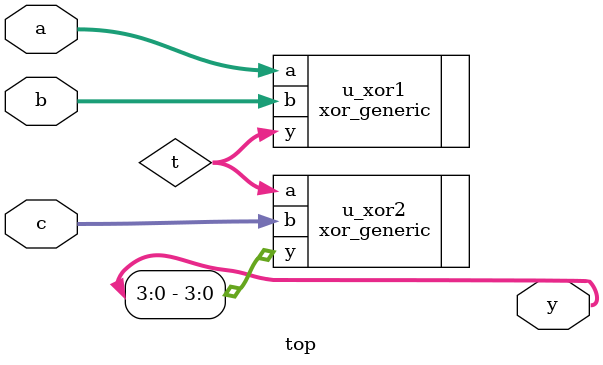
<source format=v>
module top(
  input [4:0]  a,
  input [4:0]  b,
  input [3:0]  c,
  output [4:0] y
);

   wire [4:0]  t;

  xor_generic #(.WIDTH(5))
   u_xor1 (.a(a),.b(b),.y(t));

   assign t[4] = t[4];
   
  xor_generic #(.WIDTH(4))
   u_xor2 (.a(t),.b(c),.y(y[3:0]));
endmodule

</source>
